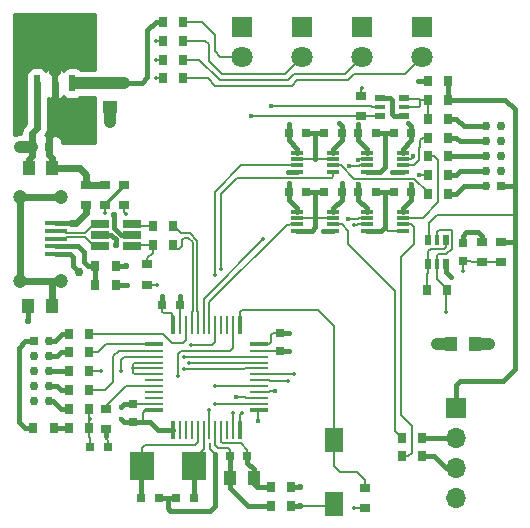
<source format=gbr>
%TF.GenerationSoftware,KiCad,Pcbnew,4.0.7-e2-6376~61~ubuntu18.04.1*%
%TF.CreationDate,2018-07-16T23:03:50+02:00*%
%TF.ProjectId,blackBoxProbe,626C61636B426F7850726F62652E6B69,rev?*%
%TF.FileFunction,Copper,L1,Top,Signal*%
%FSLAX46Y46*%
G04 Gerber Fmt 4.6, Leading zero omitted, Abs format (unit mm)*
G04 Created by KiCad (PCBNEW 4.0.7-e2-6376~61~ubuntu18.04.1) date Mon Jul 16 23:03:50 2018*
%MOMM*%
%LPD*%
G01*
G04 APERTURE LIST*
%ADD10C,0.150000*%
%ADD11R,0.750000X0.800000*%
%ADD12R,2.100000X2.400000*%
%ADD13R,0.700000X0.900000*%
%ADD14R,0.400000X1.500000*%
%ADD15R,0.280000X1.500000*%
%ADD16R,1.500000X0.400000*%
%ADD17R,1.500000X0.280000*%
%ADD18R,1.000000X1.250000*%
%ADD19R,0.800000X0.750000*%
%ADD20R,1.250000X1.000000*%
%ADD21C,1.200000*%
%ADD22R,1.850000X0.400000*%
%ADD23R,1.700000X1.700000*%
%ADD24O,1.700000X1.700000*%
%ADD25R,0.900000X0.700000*%
%ADD26R,1.597660X1.998980*%
%ADD27R,1.560000X0.650000*%
%ADD28R,1.000000X0.400000*%
%ADD29R,1.000000X0.300000*%
%ADD30R,0.480000X1.400000*%
%ADD31O,1.200000X2.850000*%
%ADD32R,1.800000X1.800000*%
%ADD33C,1.800000*%
%ADD34R,0.750000X0.750000*%
%ADD35C,0.750000*%
%ADD36R,0.900000X0.600000*%
%ADD37R,0.900000X0.400000*%
%ADD38R,0.600000X0.900000*%
%ADD39R,0.400000X0.900000*%
%ADD40C,0.550000*%
%ADD41C,0.355600*%
%ADD42C,0.381000*%
%ADD43C,0.600000*%
%ADD44C,0.400000*%
%ADD45C,0.200000*%
%ADD46C,1.000000*%
%ADD47C,0.300000*%
%ADD48C,0.152400*%
%ADD49C,0.254000*%
G04 APERTURE END LIST*
D10*
D11*
X37500000Y-178950000D03*
X37500000Y-180450000D03*
D12*
X25800000Y-190200000D03*
X30200000Y-190200000D03*
D13*
X29350000Y-154200000D03*
X27650000Y-154200000D03*
D14*
X28490000Y-187125000D03*
D15*
X29050000Y-187125000D03*
X29550000Y-187125000D03*
X30050000Y-187125000D03*
X30550000Y-187125000D03*
X31050000Y-187125000D03*
X31550000Y-187125000D03*
X32050000Y-187125000D03*
X32550000Y-187125000D03*
X33050000Y-187125000D03*
X33550000Y-187125000D03*
D14*
X34110000Y-187125000D03*
D16*
X35725000Y-185510000D03*
D17*
X35725000Y-184950000D03*
X35725000Y-184450000D03*
X35725000Y-183950000D03*
X35725000Y-183450000D03*
X35725000Y-182950000D03*
X35725000Y-182450000D03*
X35725000Y-181950000D03*
X35725000Y-181450000D03*
X35725000Y-180950000D03*
X35725000Y-180450000D03*
D16*
X35725000Y-179890000D03*
D14*
X34110000Y-178275000D03*
D15*
X33550000Y-178275000D03*
X33050000Y-178275000D03*
X32550000Y-178275000D03*
X32050000Y-178275000D03*
X31550000Y-178275000D03*
X31050000Y-178275000D03*
X30550000Y-178275000D03*
X30050000Y-178275000D03*
X29550000Y-178275000D03*
X29050000Y-178275000D03*
D14*
X28490000Y-178275000D03*
D16*
X26875000Y-179890000D03*
D17*
X26875000Y-180450000D03*
X26875000Y-180950000D03*
X26875000Y-181450000D03*
X26875000Y-181950000D03*
X26875000Y-182450000D03*
X26875000Y-182950000D03*
X26875000Y-183450000D03*
X26875000Y-183950000D03*
X26875000Y-184450000D03*
X26875000Y-184950000D03*
D16*
X26875000Y-185510000D03*
D18*
X18250000Y-165000000D03*
X16250000Y-165000000D03*
X16210000Y-176690000D03*
X18210000Y-176690000D03*
D19*
X18000000Y-163200000D03*
X16500000Y-163200000D03*
D20*
X23150000Y-157825000D03*
X23150000Y-159825000D03*
D19*
X27550000Y-176600000D03*
X29050000Y-176600000D03*
D11*
X25100000Y-186450000D03*
X25100000Y-184950000D03*
D19*
X34750000Y-189400000D03*
X33250000Y-189400000D03*
D18*
X35300000Y-191200000D03*
X33300000Y-191200000D03*
D11*
X53000000Y-171350000D03*
X53000000Y-172850000D03*
D19*
X25750000Y-192900000D03*
X27250000Y-192900000D03*
X30250000Y-192900000D03*
X28750000Y-192900000D03*
D18*
X54000000Y-179900000D03*
X52000000Y-179900000D03*
D19*
X44150000Y-162000000D03*
X45650000Y-162000000D03*
X48650000Y-162000000D03*
X47150000Y-162000000D03*
X38250000Y-167000000D03*
X39750000Y-167000000D03*
X48650000Y-167000000D03*
X47150000Y-167000000D03*
X44150000Y-167000000D03*
X45650000Y-167000000D03*
X42750000Y-167000000D03*
X41250000Y-167000000D03*
X38250000Y-162000000D03*
X39750000Y-162000000D03*
X42750000Y-162000000D03*
X41250000Y-162000000D03*
D21*
X18975000Y-167395000D03*
X18975000Y-174545000D03*
X15525000Y-167395000D03*
D22*
X18550000Y-172270000D03*
X18550000Y-171620000D03*
X18550000Y-170970000D03*
X18550000Y-170320000D03*
X18550000Y-169670000D03*
D21*
X15525000Y-174545000D03*
D23*
X52450000Y-185260000D03*
D24*
X52450000Y-187800000D03*
X52450000Y-190340000D03*
X52450000Y-192880000D03*
D25*
X21100000Y-168150000D03*
X21100000Y-166450000D03*
D13*
X23600000Y-173300000D03*
X21900000Y-173300000D03*
X21900000Y-174900000D03*
X23600000Y-174900000D03*
X36750000Y-192000000D03*
X38450000Y-192000000D03*
X36750000Y-193600000D03*
X38450000Y-193600000D03*
D25*
X44700000Y-193750000D03*
X44700000Y-192050000D03*
X22700000Y-166450000D03*
X22700000Y-168150000D03*
D13*
X19650000Y-180600000D03*
X21350000Y-180600000D03*
X19650000Y-183800000D03*
X21350000Y-183800000D03*
D25*
X56200000Y-171250000D03*
X56200000Y-172950000D03*
X54600000Y-172950000D03*
X54600000Y-171250000D03*
X24300000Y-166450000D03*
X24300000Y-168150000D03*
D13*
X19650000Y-179000000D03*
X21350000Y-179000000D03*
X19650000Y-182200000D03*
X21350000Y-182200000D03*
X19650000Y-185400000D03*
X21350000Y-185400000D03*
D25*
X26300000Y-174850000D03*
X26300000Y-173150000D03*
X22800000Y-187050000D03*
X22800000Y-185350000D03*
D13*
X19650000Y-187000000D03*
X21350000Y-187000000D03*
X18350000Y-187000000D03*
X16650000Y-187000000D03*
X51750000Y-159200000D03*
X50050000Y-159200000D03*
X51750000Y-165600000D03*
X50050000Y-165600000D03*
X51750000Y-162400000D03*
X50050000Y-162400000D03*
D25*
X44400000Y-158850000D03*
X44400000Y-160550000D03*
D13*
X51750000Y-167200000D03*
X50050000Y-167200000D03*
X51750000Y-164000000D03*
X50050000Y-164000000D03*
X51750000Y-160800000D03*
X50050000Y-160800000D03*
X49950000Y-175300000D03*
X51650000Y-175300000D03*
X29350000Y-152600000D03*
X27650000Y-152600000D03*
X29350000Y-155800000D03*
X27650000Y-155800000D03*
X29350000Y-157400000D03*
X27650000Y-157400000D03*
X49550000Y-187800000D03*
X47850000Y-187800000D03*
X49550000Y-189400000D03*
X47850000Y-189400000D03*
D26*
X42100000Y-193397480D03*
X42100000Y-188002520D03*
D27*
X22300000Y-169700000D03*
X22300000Y-170650000D03*
X22300000Y-171600000D03*
X25000000Y-171600000D03*
X25000000Y-169700000D03*
X25000000Y-170650000D03*
D28*
X39000000Y-168700000D03*
D29*
X39000000Y-169250000D03*
X39000000Y-169750000D03*
D28*
X39000000Y-170300000D03*
X42000000Y-170300000D03*
D29*
X42000000Y-169750000D03*
X42000000Y-169250000D03*
D28*
X42000000Y-168700000D03*
X44900000Y-163700000D03*
D29*
X44900000Y-164250000D03*
X44900000Y-164750000D03*
D28*
X44900000Y-165300000D03*
X47900000Y-165300000D03*
D29*
X47900000Y-164750000D03*
X47900000Y-164250000D03*
D28*
X47900000Y-163700000D03*
X44900000Y-168700000D03*
D29*
X44900000Y-169250000D03*
X44900000Y-169750000D03*
D28*
X44900000Y-170300000D03*
X47900000Y-170300000D03*
D29*
X47900000Y-169750000D03*
X47900000Y-169250000D03*
D28*
X47900000Y-168700000D03*
X39000000Y-163700000D03*
D29*
X39000000Y-164250000D03*
X39000000Y-164750000D03*
D28*
X39000000Y-165300000D03*
X42000000Y-165300000D03*
D29*
X42000000Y-164750000D03*
X42000000Y-164250000D03*
D28*
X42000000Y-163700000D03*
D30*
X16930000Y-157820000D03*
X18430000Y-157820000D03*
X19930000Y-157820000D03*
D31*
X18430000Y-155820000D03*
D32*
X34290000Y-153035000D03*
D33*
X34290000Y-155575000D03*
D32*
X39370000Y-153035000D03*
D33*
X39370000Y-155575000D03*
D32*
X44450000Y-153035000D03*
D33*
X44450000Y-155575000D03*
D32*
X49530000Y-153035000D03*
D33*
X49530000Y-155575000D03*
D13*
X28450000Y-169900000D03*
X26750000Y-169900000D03*
X28450000Y-171500000D03*
X26750000Y-171500000D03*
D34*
X16665000Y-179660000D03*
D35*
X17935000Y-179660000D03*
X16665000Y-180930000D03*
X17935000Y-180930000D03*
X16665000Y-182200000D03*
X17935000Y-182200000D03*
X16665000Y-183470000D03*
X17935000Y-183470000D03*
X16665000Y-184740000D03*
X17935000Y-184740000D03*
D34*
X56235000Y-166540000D03*
D35*
X54965000Y-166540000D03*
X56235000Y-165270000D03*
X54965000Y-165270000D03*
X56235000Y-164000000D03*
X54965000Y-164000000D03*
X56235000Y-162730000D03*
X54965000Y-162730000D03*
X56235000Y-161460000D03*
X54965000Y-161460000D03*
D19*
X22950000Y-188600000D03*
X21450000Y-188600000D03*
D36*
X48050000Y-159050000D03*
D37*
X48050000Y-159800000D03*
D36*
X48050000Y-160550000D03*
X45950000Y-159050000D03*
D37*
X45950000Y-159800000D03*
D36*
X45950000Y-160550000D03*
D38*
X51550000Y-173150000D03*
D39*
X50800000Y-173150000D03*
D38*
X50050000Y-173150000D03*
X51550000Y-171050000D03*
D39*
X50800000Y-171050000D03*
D38*
X50050000Y-171050000D03*
D13*
X51750000Y-157600000D03*
X50050000Y-157600000D03*
D40*
X23500000Y-169000000D03*
X20800000Y-165200000D03*
X24500000Y-173300000D03*
D41*
X38250000Y-180450000D03*
X24600000Y-174900000D03*
X38200000Y-165300000D03*
D42*
X47000000Y-159800000D03*
D35*
X50800000Y-179900000D03*
D41*
X53800000Y-170400000D03*
X46400000Y-162000000D03*
X40500000Y-167000000D03*
X46400000Y-167000000D03*
X40500000Y-162000000D03*
X22800000Y-187700000D03*
X28000000Y-192900000D03*
X24500000Y-168900000D03*
D40*
X39200000Y-193600000D03*
D41*
X29050000Y-175850000D03*
D40*
X23600000Y-171500000D03*
D42*
X24100000Y-185200000D03*
D35*
X15550000Y-163200000D03*
X23150000Y-161100000D03*
D40*
X16210000Y-177935000D03*
D35*
X20500000Y-173750000D03*
D41*
X38250000Y-178950000D03*
X52000000Y-174200000D03*
X41200000Y-170300000D03*
X47000000Y-165300000D03*
X44500000Y-158200000D03*
D42*
X44150000Y-166350000D03*
D35*
X55200000Y-179900000D03*
D41*
X38250000Y-161250000D03*
X38250000Y-166250000D03*
X44150000Y-161250000D03*
X19000000Y-187000000D03*
D35*
X24300000Y-157800000D03*
D41*
X25100000Y-181900000D03*
X43750000Y-193750000D03*
D40*
X39200000Y-192000000D03*
D41*
X27550000Y-175850000D03*
D42*
X24100000Y-186200000D03*
D41*
X53000000Y-173700000D03*
X38200000Y-183000000D03*
D42*
X36800000Y-159700000D03*
D41*
X34300000Y-185700000D03*
D42*
X35100000Y-160600000D03*
D41*
X32000000Y-183400000D03*
X51600000Y-177200000D03*
X38700000Y-182400000D03*
X28900000Y-182600000D03*
X22700000Y-168800000D03*
X22400000Y-182200000D03*
X24100000Y-182200000D03*
X21400000Y-186200000D03*
X31500000Y-185500000D03*
X27100000Y-174900000D03*
X30000000Y-180000000D03*
D42*
X49300000Y-165600000D03*
X48800000Y-164000000D03*
D41*
X27000000Y-154200000D03*
X29400000Y-182000000D03*
X27000000Y-155800000D03*
X29800000Y-181500000D03*
X27000000Y-157400000D03*
X29400000Y-181000000D03*
X33500000Y-185700000D03*
X32500000Y-173500000D03*
X32000000Y-185000000D03*
X32000000Y-174000000D03*
D42*
X44100000Y-164300000D03*
X33800000Y-184400000D03*
X43300000Y-169300000D03*
X37100000Y-183900000D03*
D41*
X36100000Y-171000000D03*
X43800000Y-169800000D03*
D42*
X43400000Y-164800000D03*
X35700000Y-186400000D03*
X48650000Y-166350000D03*
D41*
X42500000Y-161200000D03*
X48400000Y-161200000D03*
X42750000Y-166250000D03*
X49200000Y-157600000D03*
D43*
X18000000Y-162100000D02*
X18430000Y-161670000D01*
X18430000Y-161670000D02*
X18430000Y-157820000D01*
X18000000Y-163200000D02*
X18000000Y-162100000D01*
D44*
X20800000Y-165200000D02*
X20750000Y-165200000D01*
X20750000Y-165200000D02*
X20550000Y-165000000D01*
X24050000Y-170650000D02*
X23500000Y-170100000D01*
X23500000Y-170100000D02*
X23500000Y-169000000D01*
X25000000Y-170650000D02*
X24050000Y-170650000D01*
D45*
X18430000Y-157820000D02*
X18430000Y-155820000D01*
D44*
X23600000Y-173300000D02*
X24500000Y-173300000D01*
D43*
X18250000Y-164100000D02*
X18000000Y-163850000D01*
X18000000Y-163850000D02*
X18000000Y-163200000D01*
X18250000Y-165000000D02*
X18250000Y-164100000D01*
X21100000Y-165550000D02*
X20550000Y-165000000D01*
X20550000Y-165000000D02*
X18250000Y-165000000D01*
X21100000Y-166450000D02*
X21100000Y-165550000D01*
X21100000Y-166450000D02*
X22700000Y-166450000D01*
D45*
X37500000Y-180450000D02*
X35725000Y-180450000D01*
D44*
X37500000Y-180450000D02*
X38250000Y-180450000D01*
X40200000Y-170300000D02*
X40500000Y-170000000D01*
X40500000Y-170000000D02*
X40500000Y-169200000D01*
X39000000Y-170300000D02*
X40200000Y-170300000D01*
D45*
X22950000Y-188050000D02*
X22800000Y-187900000D01*
X22800000Y-187900000D02*
X22800000Y-187700000D01*
X22950000Y-188600000D02*
X22950000Y-188050000D01*
X47900000Y-170300000D02*
X46700000Y-170300000D01*
X46700000Y-170300000D02*
X46400000Y-170000000D01*
D44*
X46400000Y-167000000D02*
X46400000Y-170000000D01*
X46400000Y-170000000D02*
X46100000Y-170300000D01*
X46100000Y-170300000D02*
X44900000Y-170300000D01*
X39000000Y-165300000D02*
X38200000Y-165300000D01*
X46400000Y-162000000D02*
X46400000Y-164900000D01*
X46400000Y-164900000D02*
X46000000Y-165300000D01*
X46000000Y-165300000D02*
X44900000Y-165300000D01*
X47000000Y-159800000D02*
X47000000Y-160400000D01*
X47000000Y-159200000D02*
X47000000Y-159800000D01*
X47000000Y-160400000D02*
X47150000Y-160550000D01*
X47150000Y-160550000D02*
X48050000Y-160550000D01*
X46850000Y-159050000D02*
X47000000Y-159200000D01*
X45950000Y-159050000D02*
X46850000Y-159050000D01*
D46*
X52000000Y-179900000D02*
X50800000Y-179900000D01*
D44*
X53000000Y-170700000D02*
X53300000Y-170400000D01*
X53300000Y-170400000D02*
X53800000Y-170400000D01*
X53000000Y-171350000D02*
X53000000Y-170700000D01*
X54600000Y-170700000D02*
X54300000Y-170400000D01*
X54300000Y-170400000D02*
X53800000Y-170400000D01*
X54600000Y-171250000D02*
X54600000Y-170700000D01*
X45650000Y-162000000D02*
X46400000Y-162000000D01*
X47150000Y-162000000D02*
X46400000Y-162000000D01*
D45*
X42000000Y-169250000D02*
X40550000Y-169250000D01*
X40550000Y-169250000D02*
X40500000Y-169200000D01*
D44*
X40500000Y-169200000D02*
X40500000Y-167000000D01*
D45*
X40450000Y-169250000D02*
X40500000Y-169200000D01*
X39000000Y-169250000D02*
X40450000Y-169250000D01*
D44*
X39750000Y-167000000D02*
X40500000Y-167000000D01*
X41250000Y-167000000D02*
X40500000Y-167000000D01*
X45650000Y-167000000D02*
X46400000Y-167000000D01*
X47150000Y-167000000D02*
X46400000Y-167000000D01*
D45*
X42000000Y-164250000D02*
X40550000Y-164250000D01*
X40550000Y-164250000D02*
X40500000Y-164200000D01*
D44*
X40500000Y-164200000D02*
X40500000Y-162000000D01*
D45*
X39000000Y-164250000D02*
X40450000Y-164250000D01*
X40450000Y-164250000D02*
X40500000Y-164200000D01*
D44*
X39750000Y-162000000D02*
X40500000Y-162000000D01*
X41250000Y-162000000D02*
X40500000Y-162000000D01*
X22800000Y-187050000D02*
X22800000Y-187700000D01*
D45*
X31600000Y-188800000D02*
X31600000Y-188300000D01*
X32000000Y-189200000D02*
X31600000Y-188800000D01*
D44*
X32000000Y-193600000D02*
X32000000Y-189200000D01*
X31600000Y-194000000D02*
X32000000Y-193600000D01*
X28200000Y-194000000D02*
X31600000Y-194000000D01*
X28000000Y-193800000D02*
X28200000Y-194000000D01*
X28000000Y-192900000D02*
X28000000Y-193800000D01*
X28750000Y-192900000D02*
X28000000Y-192900000D01*
X27250000Y-192900000D02*
X28000000Y-192900000D01*
D45*
X24300000Y-168700000D02*
X24500000Y-168900000D01*
X24300000Y-168150000D02*
X24300000Y-168700000D01*
X42100000Y-193397480D02*
X41897480Y-193600000D01*
X41897480Y-193600000D02*
X39200000Y-193600000D01*
D44*
X29050000Y-176600000D02*
X29050000Y-175850000D01*
X25100000Y-184950000D02*
X24350000Y-184950000D01*
X24350000Y-184950000D02*
X24100000Y-185200000D01*
X38450000Y-193600000D02*
X39200000Y-193600000D01*
D45*
X29050000Y-175950000D02*
X29050000Y-175850000D01*
D44*
X23600000Y-171000000D02*
X23600000Y-171500000D01*
X23250000Y-170650000D02*
X23600000Y-171000000D01*
X22300000Y-170650000D02*
X23250000Y-170650000D01*
D45*
X29050000Y-178275000D02*
X29050000Y-176600000D01*
X26875000Y-184950000D02*
X25100000Y-184950000D01*
D44*
X23600000Y-174900000D02*
X24600000Y-174900000D01*
D46*
X16500000Y-163200000D02*
X15550000Y-163200000D01*
X23150000Y-159825000D02*
X23150000Y-161100000D01*
D43*
X16500000Y-162050000D02*
X16930000Y-161620000D01*
X16930000Y-161620000D02*
X16930000Y-157820000D01*
X16500000Y-163200000D02*
X16500000Y-162050000D01*
X16250000Y-164200000D02*
X16500000Y-163950000D01*
X16500000Y-163950000D02*
X16500000Y-163200000D01*
X16250000Y-165000000D02*
X16250000Y-164200000D01*
D44*
X16210000Y-176690000D02*
X16210000Y-177935000D01*
X20000000Y-173250000D02*
X20500000Y-173750000D01*
X20000000Y-172500000D02*
X20000000Y-173250000D01*
X19770000Y-172270000D02*
X20000000Y-172500000D01*
X18550000Y-172270000D02*
X19770000Y-172270000D01*
D43*
X15525000Y-167395000D02*
X18975000Y-167395000D01*
X15525000Y-174545000D02*
X15525000Y-167395000D01*
X18210000Y-174560000D02*
X15540000Y-174560000D01*
X15540000Y-174560000D02*
X15525000Y-174545000D01*
X18210000Y-174560000D02*
X18225000Y-174545000D01*
X18225000Y-174545000D02*
X18975000Y-174545000D01*
X18210000Y-176690000D02*
X18210000Y-174560000D01*
D45*
X36800000Y-179700000D02*
X36610000Y-179890000D01*
X36610000Y-179890000D02*
X35725000Y-179890000D01*
X36800000Y-179100000D02*
X36800000Y-179700000D01*
X36950000Y-178950000D02*
X36800000Y-179100000D01*
X37500000Y-178950000D02*
X36950000Y-178950000D01*
D44*
X37500000Y-178950000D02*
X38250000Y-178950000D01*
X51550000Y-173750000D02*
X52000000Y-174200000D01*
X51550000Y-173150000D02*
X51550000Y-173750000D01*
X42000000Y-170300000D02*
X41200000Y-170300000D01*
X47900000Y-165300000D02*
X47000000Y-165300000D01*
D45*
X44400000Y-158300000D02*
X44500000Y-158200000D01*
X44400000Y-158850000D02*
X44400000Y-158300000D01*
D44*
X26300000Y-153300000D02*
X27000000Y-152600000D01*
X27000000Y-152600000D02*
X27650000Y-152600000D01*
X26300000Y-157300000D02*
X26300000Y-153300000D01*
X25800000Y-157800000D02*
X26300000Y-157300000D01*
X24300000Y-157800000D02*
X25800000Y-157800000D01*
X44150000Y-167000000D02*
X44150000Y-166350000D01*
D46*
X54000000Y-179900000D02*
X55200000Y-179900000D01*
D44*
X38250000Y-162000000D02*
X38250000Y-161250000D01*
X38250000Y-167000000D02*
X38250000Y-166250000D01*
X44150000Y-162000000D02*
X44150000Y-161250000D01*
X44900000Y-163400000D02*
X44150000Y-162650000D01*
X44150000Y-162650000D02*
X44150000Y-162000000D01*
X44900000Y-163700000D02*
X44900000Y-163400000D01*
X39000000Y-168400000D02*
X38250000Y-167650000D01*
X38250000Y-167650000D02*
X38250000Y-167000000D01*
X39000000Y-168700000D02*
X39000000Y-168400000D01*
X44900000Y-168400000D02*
X44150000Y-167650000D01*
X44150000Y-167650000D02*
X44150000Y-167000000D01*
X44900000Y-168700000D02*
X44900000Y-168400000D01*
X39000000Y-163400000D02*
X38250000Y-162650000D01*
X38250000Y-162650000D02*
X38250000Y-162000000D01*
X39000000Y-163700000D02*
X39000000Y-163400000D01*
X19000000Y-187000000D02*
X19650000Y-187000000D01*
X18350000Y-187000000D02*
X19000000Y-187000000D01*
D45*
X25100000Y-181900000D02*
X25100000Y-181600000D01*
X25100000Y-181600000D02*
X25250000Y-181450000D01*
X25250000Y-181450000D02*
X25350000Y-181450000D01*
X25350000Y-181450000D02*
X26875000Y-181450000D01*
D46*
X23150000Y-157825000D02*
X24275000Y-157825000D01*
X24275000Y-157825000D02*
X24300000Y-157800000D01*
D45*
X25100000Y-182300000D02*
X25100000Y-182000000D01*
X25100000Y-182000000D02*
X25100000Y-181900000D01*
X26875000Y-181950000D02*
X25150000Y-181950000D01*
X25150000Y-181950000D02*
X25100000Y-181900000D01*
X25250000Y-182450000D02*
X25100000Y-182300000D01*
X26875000Y-182450000D02*
X25250000Y-182450000D01*
X35725000Y-179890000D02*
X36210000Y-179890000D01*
X44700000Y-193750000D02*
X43750000Y-193750000D01*
D44*
X27550000Y-176600000D02*
X27550000Y-175850000D01*
X25100000Y-186450000D02*
X24350000Y-186450000D01*
X24350000Y-186450000D02*
X24100000Y-186200000D01*
X27225000Y-187125000D02*
X26550000Y-186450000D01*
X26550000Y-186450000D02*
X25100000Y-186450000D01*
X28490000Y-187125000D02*
X27225000Y-187125000D01*
X39000000Y-192000000D02*
X39200000Y-192000000D01*
X38450000Y-192000000D02*
X39000000Y-192000000D01*
D45*
X28300000Y-177300000D02*
X28490000Y-177490000D01*
X28490000Y-177490000D02*
X28490000Y-178275000D01*
X27700000Y-177300000D02*
X28300000Y-177300000D01*
X27550000Y-177150000D02*
X27700000Y-177300000D01*
X27550000Y-176600000D02*
X27550000Y-177150000D01*
X25900000Y-186300000D02*
X25750000Y-186450000D01*
X25750000Y-186450000D02*
X25100000Y-186450000D01*
X25900000Y-185700000D02*
X25900000Y-186300000D01*
X26090000Y-185510000D02*
X25900000Y-185700000D01*
X26875000Y-185510000D02*
X26090000Y-185510000D01*
D46*
X20270000Y-157820000D02*
X23145000Y-157820000D01*
X23145000Y-157820000D02*
X23150000Y-157825000D01*
D44*
X19930000Y-157820000D02*
X20270000Y-157820000D01*
X35600000Y-192000000D02*
X35300000Y-191700000D01*
X35300000Y-191700000D02*
X35300000Y-191200000D01*
X36750000Y-192000000D02*
X35600000Y-192000000D01*
X35300000Y-190500000D02*
X34750000Y-189950000D01*
X34750000Y-189950000D02*
X34750000Y-189400000D01*
X35300000Y-191200000D02*
X35300000Y-190500000D01*
D45*
X32700000Y-188300000D02*
X32550000Y-188150000D01*
X32550000Y-188150000D02*
X32550000Y-187125000D01*
X34200000Y-188300000D02*
X32700000Y-188300000D01*
X34750000Y-188850000D02*
X34200000Y-188300000D01*
X34750000Y-189400000D02*
X34750000Y-188850000D01*
D44*
X34800000Y-193600000D02*
X33300000Y-192100000D01*
X33300000Y-192100000D02*
X33300000Y-191200000D01*
X36750000Y-193600000D02*
X34800000Y-193600000D01*
X33300000Y-190300000D02*
X33250000Y-190250000D01*
X33250000Y-190250000D02*
X33250000Y-189400000D01*
X33300000Y-191200000D02*
X33300000Y-190300000D01*
D45*
X32300000Y-188700000D02*
X32050000Y-188450000D01*
X32050000Y-188450000D02*
X32050000Y-187125000D01*
X33100000Y-188700000D02*
X32300000Y-188700000D01*
X33250000Y-188850000D02*
X33100000Y-188700000D01*
X33250000Y-189400000D02*
X33250000Y-188850000D01*
X53000000Y-172850000D02*
X53000000Y-173700000D01*
X36650000Y-182950000D02*
X36700000Y-183000000D01*
X36700000Y-183000000D02*
X38200000Y-183000000D01*
X35725000Y-182950000D02*
X36650000Y-182950000D01*
X53750000Y-172950000D02*
X53650000Y-172850000D01*
X53650000Y-172850000D02*
X53000000Y-172850000D01*
X54600000Y-172950000D02*
X53750000Y-172950000D01*
X56200000Y-172950000D02*
X54600000Y-172950000D01*
X25800000Y-190200000D02*
X25800000Y-188700000D01*
X25800000Y-188700000D02*
X26100000Y-188400000D01*
X26100000Y-188400000D02*
X30300000Y-188400000D01*
X30300000Y-188400000D02*
X30550000Y-188150000D01*
X30550000Y-188150000D02*
X30550000Y-187125000D01*
D44*
X25750000Y-192900000D02*
X25750000Y-190250000D01*
X25750000Y-190250000D02*
X25800000Y-190200000D01*
D45*
X30200000Y-189600000D02*
X31050000Y-188750000D01*
X31050000Y-188750000D02*
X31050000Y-187125000D01*
X30200000Y-190200000D02*
X30200000Y-189600000D01*
D44*
X30250000Y-192900000D02*
X30250000Y-190250000D01*
X30250000Y-190250000D02*
X30200000Y-190200000D01*
X51750000Y-159200000D02*
X51750000Y-157600000D01*
X57400000Y-182000000D02*
X57400000Y-171300000D01*
X57400000Y-171300000D02*
X57400000Y-170900000D01*
X56200000Y-171250000D02*
X57350000Y-171250000D01*
X57350000Y-171250000D02*
X57400000Y-171300000D01*
X52450000Y-185260000D02*
X52450000Y-183350000D01*
X52450000Y-183350000D02*
X52800000Y-183000000D01*
X52800000Y-183000000D02*
X56400000Y-183000000D01*
X56400000Y-183000000D02*
X57400000Y-182000000D01*
X57400000Y-169300000D02*
X57400000Y-169000000D01*
X57400000Y-169000000D02*
X57400000Y-166100000D01*
D45*
X50800000Y-169000000D02*
X57400000Y-169000000D01*
X50150000Y-169650000D02*
X50800000Y-169000000D01*
X50150000Y-170770000D02*
X50150000Y-169650000D01*
D44*
X57400000Y-170400000D02*
X57400000Y-169300000D01*
X57400000Y-170900000D02*
X57400000Y-170400000D01*
X57400000Y-166500000D02*
X57400000Y-166100000D01*
X57400000Y-166100000D02*
X57400000Y-160000000D01*
X57400000Y-160000000D02*
X56600000Y-159200000D01*
X56600000Y-159200000D02*
X51750000Y-159200000D01*
X57360000Y-166540000D02*
X57400000Y-166500000D01*
X56235000Y-166540000D02*
X57360000Y-166540000D01*
D45*
X32000000Y-155100000D02*
X32475000Y-155575000D01*
X32475000Y-155575000D02*
X34290000Y-155575000D01*
X32000000Y-153700000D02*
X32000000Y-155100000D01*
X30900000Y-152600000D02*
X32000000Y-153700000D01*
X29350000Y-152600000D02*
X30900000Y-152600000D01*
X32600000Y-157000000D02*
X37945000Y-157000000D01*
X37945000Y-157000000D02*
X39370000Y-155575000D01*
X31500000Y-155900000D02*
X32600000Y-157000000D01*
X31500000Y-154500000D02*
X31500000Y-155900000D01*
X31200000Y-154200000D02*
X31500000Y-154500000D01*
X29350000Y-154200000D02*
X31200000Y-154200000D01*
X38700000Y-157000000D02*
X43025000Y-157000000D01*
X43025000Y-157000000D02*
X44450000Y-155575000D01*
X38200000Y-157500000D02*
X38700000Y-157000000D01*
X32400000Y-157500000D02*
X38200000Y-157500000D01*
X30700000Y-155800000D02*
X32400000Y-157500000D01*
X29350000Y-155800000D02*
X30700000Y-155800000D01*
X43800000Y-157000000D02*
X48105000Y-157000000D01*
X48105000Y-157000000D02*
X49530000Y-155575000D01*
X43300000Y-157500000D02*
X43800000Y-157000000D01*
X39000000Y-157500000D02*
X43300000Y-157500000D01*
X38500000Y-158000000D02*
X39000000Y-157500000D01*
X32000000Y-158000000D02*
X38500000Y-158000000D01*
X31400000Y-157400000D02*
X32000000Y-158000000D01*
X29350000Y-157400000D02*
X31400000Y-157400000D01*
D44*
X21900000Y-173300000D02*
X21900000Y-174900000D01*
X20900000Y-172900000D02*
X21300000Y-173300000D01*
X21300000Y-173300000D02*
X21900000Y-173300000D01*
X20900000Y-172100000D02*
X20900000Y-172900000D01*
X20420000Y-171620000D02*
X20900000Y-172100000D01*
X18550000Y-171620000D02*
X20420000Y-171620000D01*
D43*
X20230000Y-169670000D02*
X21100000Y-168800000D01*
X21100000Y-168800000D02*
X21100000Y-168150000D01*
X19830000Y-169670000D02*
X20230000Y-169670000D01*
D44*
X18550000Y-169670000D02*
X19830000Y-169670000D01*
X15400000Y-180200000D02*
X15940000Y-179660000D01*
X15940000Y-179660000D02*
X16665000Y-179660000D01*
X15400000Y-186500000D02*
X15400000Y-180200000D01*
X15900000Y-187000000D02*
X15400000Y-186500000D01*
X16650000Y-187000000D02*
X15900000Y-187000000D01*
D47*
X16665000Y-186985000D02*
X16650000Y-187000000D01*
D44*
X18440000Y-179660000D02*
X19100000Y-179000000D01*
X19100000Y-179000000D02*
X19650000Y-179000000D01*
X17935000Y-179660000D02*
X18440000Y-179660000D01*
X18670000Y-180930000D02*
X19000000Y-180600000D01*
X19000000Y-180600000D02*
X19650000Y-180600000D01*
X17935000Y-180930000D02*
X18670000Y-180930000D01*
X17935000Y-182200000D02*
X19650000Y-182200000D01*
X18670000Y-183470000D02*
X19000000Y-183800000D01*
X19000000Y-183800000D02*
X19650000Y-183800000D01*
X17935000Y-183470000D02*
X18670000Y-183470000D01*
X18340000Y-184740000D02*
X19000000Y-185400000D01*
X19000000Y-185400000D02*
X19650000Y-185400000D01*
X17935000Y-184740000D02*
X18340000Y-184740000D01*
X53060000Y-166540000D02*
X52400000Y-167200000D01*
X52400000Y-167200000D02*
X51750000Y-167200000D01*
X54965000Y-166540000D02*
X53060000Y-166540000D01*
X52730000Y-165270000D02*
X52400000Y-165600000D01*
X52400000Y-165600000D02*
X51750000Y-165600000D01*
X54965000Y-165270000D02*
X52730000Y-165270000D01*
X54965000Y-164000000D02*
X51750000Y-164000000D01*
X52730000Y-162730000D02*
X52400000Y-162400000D01*
X52400000Y-162400000D02*
X51750000Y-162400000D01*
X54965000Y-162730000D02*
X52730000Y-162730000D01*
X53060000Y-161460000D02*
X52400000Y-160800000D01*
X52400000Y-160800000D02*
X51750000Y-160800000D01*
X54965000Y-161460000D02*
X53060000Y-161460000D01*
X52450000Y-187800000D02*
X49550000Y-187800000D01*
X50600000Y-189400000D02*
X49550000Y-189400000D01*
X51540000Y-190340000D02*
X50600000Y-189400000D01*
X52450000Y-190340000D02*
X51540000Y-190340000D01*
D45*
X45300000Y-159800000D02*
X45200000Y-159700000D01*
X45200000Y-159700000D02*
X44400000Y-159700000D01*
X45950000Y-159800000D02*
X45300000Y-159800000D01*
X36800000Y-159700000D02*
X44400000Y-159700000D01*
X34300000Y-185700000D02*
X34110000Y-185890000D01*
X34110000Y-185890000D02*
X34110000Y-187125000D01*
X43750000Y-160550000D02*
X43700000Y-160600000D01*
X43700000Y-160600000D02*
X42500000Y-160600000D01*
X44400000Y-160550000D02*
X43750000Y-160550000D01*
X45950000Y-160550000D02*
X44400000Y-160550000D01*
X35100000Y-160600000D02*
X42500000Y-160600000D01*
X34700000Y-183400000D02*
X32000000Y-183400000D01*
X34750000Y-183450000D02*
X34700000Y-183400000D01*
X35725000Y-183450000D02*
X34750000Y-183450000D01*
X49300000Y-159800000D02*
X49400000Y-159700000D01*
X49400000Y-159700000D02*
X49400000Y-159200000D01*
X48330000Y-159800000D02*
X49300000Y-159800000D01*
X49400000Y-159200000D02*
X49350000Y-159150000D01*
X49350000Y-159150000D02*
X48330000Y-159150000D01*
X50050000Y-159200000D02*
X49400000Y-159200000D01*
X50050000Y-160800000D02*
X50050000Y-159200000D01*
X51400000Y-171800000D02*
X51550000Y-171650000D01*
X51550000Y-171650000D02*
X51550000Y-171050000D01*
X50300000Y-171800000D02*
X51400000Y-171800000D01*
X50050000Y-172050000D02*
X50300000Y-171800000D01*
X50050000Y-173150000D02*
X50050000Y-172050000D01*
X50000000Y-173900000D02*
X50050000Y-173850000D01*
X50050000Y-173850000D02*
X50050000Y-173150000D01*
X50000000Y-174600000D02*
X50000000Y-173900000D01*
X49950000Y-174650000D02*
X50000000Y-174600000D01*
X49950000Y-175300000D02*
X49950000Y-174650000D01*
X50900000Y-172300000D02*
X50800000Y-172400000D01*
X50800000Y-172400000D02*
X50800000Y-173150000D01*
X51600000Y-172300000D02*
X50900000Y-172300000D01*
X52100000Y-171800000D02*
X51600000Y-172300000D01*
X52100000Y-170300000D02*
X52100000Y-171800000D01*
X52000000Y-170200000D02*
X52100000Y-170300000D01*
X51000000Y-170200000D02*
X52000000Y-170200000D01*
X50800000Y-170400000D02*
X51000000Y-170200000D01*
X50800000Y-171050000D02*
X50800000Y-170400000D01*
X50800000Y-174400000D02*
X50800000Y-173150000D01*
X51600000Y-177200000D02*
X51600000Y-175350000D01*
X51600000Y-175350000D02*
X51650000Y-175300000D01*
X36650000Y-182450000D02*
X36700000Y-182400000D01*
X36700000Y-182400000D02*
X38700000Y-182400000D01*
X35725000Y-182450000D02*
X36650000Y-182450000D01*
X51650000Y-175250000D02*
X50800000Y-174400000D01*
X51650000Y-175300000D02*
X51650000Y-175250000D01*
X34300000Y-177000000D02*
X34110000Y-177190000D01*
X34110000Y-177190000D02*
X34110000Y-178275000D01*
X40700000Y-177000000D02*
X34300000Y-177000000D01*
X42100000Y-178400000D02*
X40700000Y-177000000D01*
X42100000Y-188002520D02*
X42100000Y-178400000D01*
X42600000Y-190700000D02*
X42100000Y-190200000D01*
X42100000Y-190200000D02*
X42100000Y-188002520D01*
X44000000Y-190700000D02*
X42600000Y-190700000D01*
X44700000Y-191400000D02*
X44000000Y-190700000D01*
X44700000Y-192050000D02*
X44700000Y-191400000D01*
X28900000Y-180700000D02*
X28900000Y-182600000D01*
X29100000Y-180500000D02*
X28900000Y-180700000D01*
X33300000Y-180500000D02*
X29100000Y-180500000D01*
X33550000Y-178275000D02*
X33550000Y-180250000D01*
X33550000Y-180250000D02*
X33300000Y-180500000D01*
X22700000Y-168700000D02*
X22700000Y-168800000D01*
X22700000Y-168150000D02*
X22700000Y-168700000D01*
D47*
X22700000Y-168100000D02*
X24300000Y-166500000D01*
X24300000Y-166500000D02*
X24300000Y-166450000D01*
X22700000Y-168150000D02*
X22700000Y-168100000D01*
D45*
X22810000Y-179890000D02*
X22100000Y-180600000D01*
X22100000Y-180600000D02*
X21350000Y-180600000D01*
X26875000Y-179890000D02*
X22810000Y-179890000D01*
X23400000Y-183100000D02*
X22700000Y-183800000D01*
X22700000Y-183800000D02*
X21350000Y-183800000D01*
X23400000Y-180900000D02*
X23400000Y-183100000D01*
X23850000Y-180450000D02*
X23400000Y-180900000D01*
X26875000Y-180450000D02*
X23850000Y-180450000D01*
X28400000Y-179800000D02*
X27600000Y-179000000D01*
X27600000Y-179000000D02*
X21350000Y-179000000D01*
X29300000Y-179800000D02*
X28400000Y-179800000D01*
X29550000Y-179550000D02*
X29300000Y-179800000D01*
X29550000Y-178275000D02*
X29550000Y-179550000D01*
X22400000Y-182200000D02*
X21350000Y-182200000D01*
X24100000Y-181200000D02*
X24100000Y-182200000D01*
X24350000Y-180950000D02*
X24100000Y-181200000D01*
X26875000Y-180950000D02*
X24350000Y-180950000D01*
X21450000Y-187850000D02*
X21350000Y-187750000D01*
X21350000Y-187750000D02*
X21350000Y-187000000D01*
X21450000Y-188600000D02*
X21450000Y-187850000D01*
X21350000Y-186150000D02*
X21400000Y-186200000D01*
X21350000Y-185400000D02*
X21350000Y-186150000D01*
X21350000Y-186250000D02*
X21400000Y-186200000D01*
X21350000Y-187000000D02*
X21350000Y-186250000D01*
X31500000Y-185500000D02*
X31550000Y-185550000D01*
X31550000Y-185550000D02*
X31550000Y-187125000D01*
X27100000Y-174900000D02*
X26350000Y-174900000D01*
X26350000Y-174900000D02*
X26300000Y-174850000D01*
X31800000Y-180000000D02*
X32050000Y-179750000D01*
X32050000Y-179750000D02*
X32050000Y-179350000D01*
X30000000Y-180000000D02*
X31800000Y-180000000D01*
X32050000Y-178275000D02*
X32050000Y-179350000D01*
D48*
X30050000Y-178275000D02*
X30050000Y-177150000D01*
X30050000Y-177150000D02*
X30122200Y-177077800D01*
X30122200Y-177077800D02*
X30122200Y-171273646D01*
X30122200Y-171273646D02*
X29726354Y-170877800D01*
X29726354Y-170877800D02*
X29422200Y-170877800D01*
X29422200Y-170877800D02*
X29200000Y-171100000D01*
X29000000Y-171800000D02*
X28750000Y-171800000D01*
X29200000Y-171100000D02*
X29200000Y-171600000D01*
X29200000Y-171600000D02*
X29000000Y-171800000D01*
X28750000Y-171800000D02*
X28450000Y-171500000D01*
D45*
X22800000Y-185350000D02*
X22800000Y-185100000D01*
X22800000Y-185100000D02*
X24450000Y-183450000D01*
X24450000Y-183450000D02*
X26875000Y-183450000D01*
X49300000Y-165600000D02*
X50050000Y-165600000D01*
X48650000Y-164250000D02*
X48800000Y-164100000D01*
X48800000Y-164100000D02*
X48800000Y-164000000D01*
X47900000Y-164250000D02*
X48650000Y-164250000D01*
X47900000Y-164750000D02*
X48650000Y-164750000D01*
X48900000Y-164700000D02*
X49300000Y-164300000D01*
X48650000Y-164750000D02*
X48700000Y-164700000D01*
X48700000Y-164700000D02*
X48900000Y-164700000D01*
X49300000Y-164300000D02*
X49300000Y-163300000D01*
X49400000Y-162600000D02*
X49600000Y-162400000D01*
X49300000Y-163300000D02*
X49400000Y-163200000D01*
X49400000Y-163200000D02*
X49400000Y-162600000D01*
X49600000Y-162400000D02*
X50050000Y-162400000D01*
X50050000Y-162400000D02*
X49900000Y-162400000D01*
X50050000Y-167200000D02*
X50050000Y-167050000D01*
X50050000Y-167050000D02*
X48900000Y-165900000D01*
X48900000Y-165900000D02*
X43800000Y-165900000D01*
X43800000Y-165900000D02*
X42650000Y-164750000D01*
X42650000Y-164750000D02*
X42000000Y-164750000D01*
X48700000Y-169200000D02*
X48650000Y-169250000D01*
X48650000Y-169250000D02*
X47900000Y-169250000D01*
X49600000Y-169200000D02*
X48700000Y-169200000D01*
X50900000Y-167900000D02*
X49600000Y-169200000D01*
X50900000Y-164300000D02*
X50900000Y-167900000D01*
X50600000Y-164000000D02*
X50900000Y-164300000D01*
X50050000Y-164000000D02*
X50600000Y-164000000D01*
X27650000Y-154200000D02*
X27000000Y-154200000D01*
X29400000Y-182000000D02*
X34500000Y-182000000D01*
X34550000Y-181950000D02*
X34500000Y-182000000D01*
X35725000Y-181950000D02*
X34550000Y-181950000D01*
X27650000Y-155800000D02*
X27000000Y-155800000D01*
X29800000Y-181500000D02*
X34600000Y-181500000D01*
X34650000Y-181450000D02*
X34600000Y-181500000D01*
X35725000Y-181450000D02*
X34650000Y-181450000D01*
X27650000Y-157400000D02*
X27000000Y-157400000D01*
X29400000Y-181000000D02*
X34600000Y-181000000D01*
X34650000Y-180950000D02*
X34600000Y-181000000D01*
X35725000Y-180950000D02*
X34650000Y-180950000D01*
X47300000Y-175400000D02*
X47300000Y-187250000D01*
X47300000Y-187250000D02*
X47850000Y-187800000D01*
X43300000Y-171400000D02*
X47300000Y-175400000D01*
X43300000Y-170300000D02*
X43300000Y-171400000D01*
X42750000Y-169750000D02*
X43300000Y-170300000D01*
X42000000Y-169750000D02*
X42750000Y-169750000D01*
X47850000Y-189400000D02*
X48400000Y-189400000D01*
X48400000Y-189400000D02*
X48700000Y-189100000D01*
X48700000Y-189100000D02*
X48700000Y-186800000D01*
X48900000Y-170000000D02*
X48650000Y-169750000D01*
X48700000Y-186800000D02*
X47800000Y-185900000D01*
X47800000Y-185900000D02*
X47800000Y-172500000D01*
X48650000Y-169750000D02*
X47900000Y-169750000D01*
X47800000Y-172500000D02*
X48900000Y-171400000D01*
X48900000Y-171400000D02*
X48900000Y-170000000D01*
D48*
X28450000Y-169900000D02*
X28550000Y-169900000D01*
X29873646Y-170522200D02*
X30477800Y-171126354D01*
X28550000Y-169900000D02*
X29172200Y-170522200D01*
X29172200Y-170522200D02*
X29873646Y-170522200D01*
X30477800Y-177077800D02*
X30550000Y-177150000D01*
X30477800Y-171126354D02*
X30477800Y-177077800D01*
X30550000Y-177150000D02*
X30550000Y-178275000D01*
D45*
X41900000Y-165800000D02*
X42000000Y-165700000D01*
X42000000Y-165700000D02*
X42000000Y-165300000D01*
X33900000Y-165800000D02*
X41900000Y-165800000D01*
X32500000Y-167200000D02*
X33900000Y-165800000D01*
X33550000Y-186150000D02*
X33500000Y-186100000D01*
X33500000Y-186100000D02*
X33500000Y-185700000D01*
X33550000Y-187125000D02*
X33550000Y-186150000D01*
X32500000Y-167200000D02*
X32500000Y-173500000D01*
X34750000Y-184950000D02*
X34700000Y-185000000D01*
X34700000Y-185000000D02*
X32000000Y-185000000D01*
X35725000Y-184950000D02*
X34750000Y-184950000D01*
X32000000Y-167000000D02*
X32000000Y-174000000D01*
X34250000Y-164750000D02*
X32000000Y-167000000D01*
X39000000Y-164750000D02*
X34250000Y-164750000D01*
X44100000Y-164300000D02*
X44200000Y-164300000D01*
X44200000Y-164300000D02*
X44250000Y-164250000D01*
X34600000Y-184400000D02*
X34650000Y-184450000D01*
X34650000Y-184450000D02*
X35725000Y-184450000D01*
X33800000Y-184400000D02*
X34600000Y-184400000D01*
X44900000Y-164250000D02*
X44250000Y-164250000D01*
X44100000Y-169300000D02*
X44150000Y-169250000D01*
X44150000Y-169250000D02*
X44900000Y-169250000D01*
X43300000Y-169300000D02*
X44100000Y-169300000D01*
X36600000Y-183900000D02*
X37100000Y-183900000D01*
X36550000Y-183950000D02*
X36600000Y-183900000D01*
X35725000Y-183950000D02*
X36550000Y-183950000D01*
X44000000Y-169800000D02*
X44050000Y-169750000D01*
X44050000Y-169750000D02*
X44900000Y-169750000D01*
X43800000Y-169800000D02*
X44000000Y-169800000D01*
X31050000Y-176050000D02*
X36100000Y-171000000D01*
X31050000Y-178275000D02*
X31050000Y-176050000D01*
X31550000Y-178275000D02*
X31550000Y-176350000D01*
X31550000Y-176350000D02*
X38100000Y-169800000D01*
X38100000Y-169800000D02*
X38300000Y-169800000D01*
X38300000Y-169800000D02*
X38350000Y-169750000D01*
X38350000Y-169750000D02*
X39000000Y-169750000D01*
X44200000Y-164800000D02*
X43400000Y-164800000D01*
X44250000Y-164750000D02*
X44200000Y-164800000D01*
X35700000Y-186400000D02*
X35700000Y-185535000D01*
X35700000Y-185535000D02*
X35725000Y-185510000D01*
X44900000Y-164750000D02*
X44250000Y-164750000D01*
D48*
X18550000Y-170970000D02*
X19275000Y-170970000D01*
X19275000Y-170970000D02*
X19422200Y-170822800D01*
X19422200Y-170822800D02*
X21000000Y-170822800D01*
X21000000Y-170822800D02*
X21777200Y-171600000D01*
X21777200Y-171600000D02*
X22300000Y-171600000D01*
X18550000Y-170320000D02*
X19275000Y-170320000D01*
X19275000Y-170320000D02*
X19422200Y-170467200D01*
X19422200Y-170467200D02*
X21000000Y-170467200D01*
X21000000Y-170467200D02*
X21767200Y-169700000D01*
X21767200Y-169700000D02*
X22300000Y-169700000D01*
X26300000Y-172600000D02*
X26750000Y-172150000D01*
X26750000Y-172150000D02*
X26750000Y-171500000D01*
X26300000Y-173150000D02*
X26300000Y-172600000D01*
X25000000Y-171600000D02*
X25100000Y-171500000D01*
X25100000Y-171500000D02*
X26750000Y-171500000D01*
X25000000Y-169700000D02*
X25200000Y-169900000D01*
X25200000Y-169900000D02*
X26750000Y-169900000D01*
D44*
X48650000Y-167000000D02*
X48650000Y-166350000D01*
X42500000Y-161200000D02*
X42750000Y-161450000D01*
X42750000Y-161450000D02*
X42750000Y-162000000D01*
X48650000Y-161450000D02*
X48400000Y-161200000D01*
X48650000Y-162000000D02*
X48650000Y-161450000D01*
X42750000Y-167000000D02*
X42750000Y-166250000D01*
X48650000Y-167650000D02*
X48650000Y-167000000D01*
X48650000Y-162650000D02*
X48650000Y-162000000D01*
X42750000Y-167650000D02*
X42750000Y-167000000D01*
X42750000Y-162650000D02*
X42750000Y-162000000D01*
X50050000Y-157600000D02*
X49200000Y-157600000D01*
X47900000Y-163400000D02*
X48650000Y-162650000D01*
X47900000Y-168400000D02*
X48650000Y-167650000D01*
X47900000Y-168700000D02*
X47900000Y-168400000D01*
X47900000Y-163700000D02*
X47900000Y-163400000D01*
X42000000Y-168400000D02*
X42750000Y-167650000D01*
X42000000Y-168700000D02*
X42000000Y-168400000D01*
X42000000Y-163400000D02*
X42750000Y-162650000D01*
X42000000Y-163700000D02*
X42000000Y-163400000D01*
D49*
G36*
X21873000Y-156685000D02*
X20644669Y-156685000D01*
X20634090Y-156668559D01*
X20421890Y-156523569D01*
X20170000Y-156472560D01*
X19690000Y-156472560D01*
X19454683Y-156516838D01*
X19238559Y-156655910D01*
X19183913Y-156735887D01*
X19029698Y-156581673D01*
X18796309Y-156485000D01*
X18708750Y-156485000D01*
X18550000Y-156643750D01*
X18550000Y-157693000D01*
X18577000Y-157693000D01*
X18577000Y-157947000D01*
X18550000Y-157947000D01*
X18550000Y-158996250D01*
X18708750Y-159155000D01*
X18796309Y-159155000D01*
X19029698Y-159058327D01*
X19183105Y-158904921D01*
X19225910Y-158971441D01*
X19438110Y-159116431D01*
X19690000Y-159167440D01*
X20170000Y-159167440D01*
X20405317Y-159123162D01*
X20621441Y-158984090D01*
X20641317Y-158955000D01*
X21873000Y-158955000D01*
X21873000Y-162873000D01*
X19035000Y-162873000D01*
X19035000Y-162698690D01*
X18938327Y-162465301D01*
X18759698Y-162286673D01*
X18526309Y-162190000D01*
X18285750Y-162190000D01*
X18127000Y-162348750D01*
X18127000Y-162873000D01*
X17873000Y-162873000D01*
X17873000Y-162348750D01*
X17714250Y-162190000D01*
X17652046Y-162190000D01*
X17793827Y-161977809D01*
X17865000Y-161620000D01*
X17865000Y-159072699D01*
X18063691Y-159155000D01*
X18151250Y-159155000D01*
X18310000Y-158996250D01*
X18310000Y-157947000D01*
X18283000Y-157947000D01*
X18283000Y-157693000D01*
X18310000Y-157693000D01*
X18310000Y-156643750D01*
X18151250Y-156485000D01*
X18063691Y-156485000D01*
X17830302Y-156581673D01*
X17676895Y-156735079D01*
X17634090Y-156668559D01*
X17421890Y-156523569D01*
X17170000Y-156472560D01*
X16690000Y-156472560D01*
X16454683Y-156516838D01*
X16238559Y-156655910D01*
X16093569Y-156868110D01*
X16042560Y-157120000D01*
X16042560Y-157580901D01*
X15995000Y-157820000D01*
X15995000Y-161232710D01*
X15838855Y-161388855D01*
X15636173Y-161692191D01*
X15565000Y-162050000D01*
X15565000Y-162065000D01*
X15550000Y-162065000D01*
X15115654Y-162151397D01*
X15010000Y-162221993D01*
X15010000Y-151960000D01*
X21873000Y-151960000D01*
X21873000Y-156685000D01*
X21873000Y-156685000D01*
G37*
X21873000Y-156685000D02*
X20644669Y-156685000D01*
X20634090Y-156668559D01*
X20421890Y-156523569D01*
X20170000Y-156472560D01*
X19690000Y-156472560D01*
X19454683Y-156516838D01*
X19238559Y-156655910D01*
X19183913Y-156735887D01*
X19029698Y-156581673D01*
X18796309Y-156485000D01*
X18708750Y-156485000D01*
X18550000Y-156643750D01*
X18550000Y-157693000D01*
X18577000Y-157693000D01*
X18577000Y-157947000D01*
X18550000Y-157947000D01*
X18550000Y-158996250D01*
X18708750Y-159155000D01*
X18796309Y-159155000D01*
X19029698Y-159058327D01*
X19183105Y-158904921D01*
X19225910Y-158971441D01*
X19438110Y-159116431D01*
X19690000Y-159167440D01*
X20170000Y-159167440D01*
X20405317Y-159123162D01*
X20621441Y-158984090D01*
X20641317Y-158955000D01*
X21873000Y-158955000D01*
X21873000Y-162873000D01*
X19035000Y-162873000D01*
X19035000Y-162698690D01*
X18938327Y-162465301D01*
X18759698Y-162286673D01*
X18526309Y-162190000D01*
X18285750Y-162190000D01*
X18127000Y-162348750D01*
X18127000Y-162873000D01*
X17873000Y-162873000D01*
X17873000Y-162348750D01*
X17714250Y-162190000D01*
X17652046Y-162190000D01*
X17793827Y-161977809D01*
X17865000Y-161620000D01*
X17865000Y-159072699D01*
X18063691Y-159155000D01*
X18151250Y-159155000D01*
X18310000Y-158996250D01*
X18310000Y-157947000D01*
X18283000Y-157947000D01*
X18283000Y-157693000D01*
X18310000Y-157693000D01*
X18310000Y-156643750D01*
X18151250Y-156485000D01*
X18063691Y-156485000D01*
X17830302Y-156581673D01*
X17676895Y-156735079D01*
X17634090Y-156668559D01*
X17421890Y-156523569D01*
X17170000Y-156472560D01*
X16690000Y-156472560D01*
X16454683Y-156516838D01*
X16238559Y-156655910D01*
X16093569Y-156868110D01*
X16042560Y-157120000D01*
X16042560Y-157580901D01*
X15995000Y-157820000D01*
X15995000Y-161232710D01*
X15838855Y-161388855D01*
X15636173Y-161692191D01*
X15565000Y-162050000D01*
X15565000Y-162065000D01*
X15550000Y-162065000D01*
X15115654Y-162151397D01*
X15010000Y-162221993D01*
X15010000Y-151960000D01*
X21873000Y-151960000D01*
X21873000Y-156685000D01*
M02*

</source>
